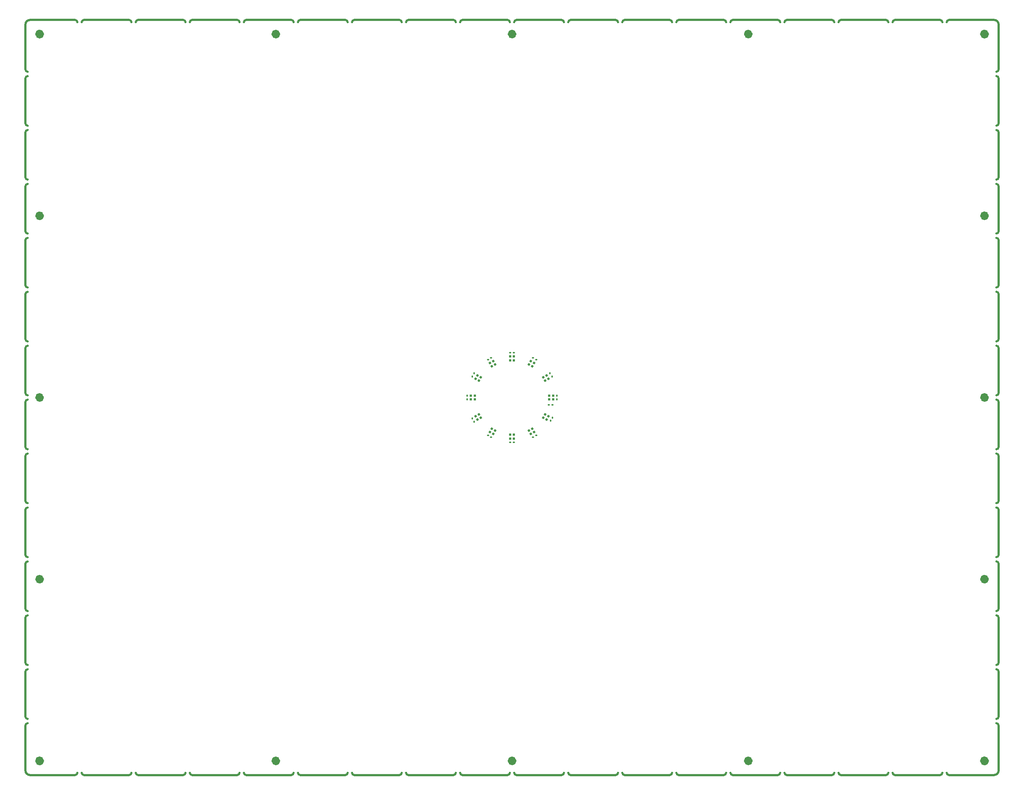
<source format=gtp>
G04 #@! TF.GenerationSoftware,KiCad,Pcbnew,7.0.5.1-1-g8f565ef7f0-dirty-deb11*
G04 #@! TF.CreationDate,2023-06-03T20:06:58+00:00*
G04 #@! TF.ProjectId,stencil,7374656e-6369-46c2-9e6b-696361645f70,1.0.0*
G04 #@! TF.SameCoordinates,Original*
G04 #@! TF.FileFunction,Paste,Top*
G04 #@! TF.FilePolarity,Positive*
%FSLAX46Y46*%
G04 Gerber Fmt 4.6, Leading zero omitted, Abs format (unit mm)*
G04 Created by KiCad (PCBNEW 7.0.5.1-1-g8f565ef7f0-dirty-deb11) date 2023-06-03 20:06:58*
%MOMM*%
%LPD*%
G01*
G04 APERTURE LIST*
G04 Aperture macros list*
%AMRoundRect*
0 Rectangle with rounded corners*
0 $1 Rounding radius*
0 $2 $3 $4 $5 $6 $7 $8 $9 X,Y pos of 4 corners*
0 Add a 4 corners polygon primitive as box body*
4,1,4,$2,$3,$4,$5,$6,$7,$8,$9,$2,$3,0*
0 Add four circle primitives for the rounded corners*
1,1,$1+$1,$2,$3*
1,1,$1+$1,$4,$5*
1,1,$1+$1,$6,$7*
1,1,$1+$1,$8,$9*
0 Add four rect primitives between the rounded corners*
20,1,$1+$1,$2,$3,$4,$5,0*
20,1,$1+$1,$4,$5,$6,$7,0*
20,1,$1+$1,$6,$7,$8,$9,0*
20,1,$1+$1,$8,$9,$2,$3,0*%
%AMRotRect*
0 Rectangle, with rotation*
0 The origin of the aperture is its center*
0 $1 length*
0 $2 width*
0 $3 Rotation angle, in degrees counterclockwise*
0 Add horizontal line*
21,1,$1,$2,0,0,$3*%
G04 Aperture macros list end*
%ADD10C,0.500000*%
%ADD11C,1.000000*%
%ADD12C,1.050000*%
%ADD13RoundRect,0.090000X0.147442X-0.075378X0.008442X0.165378X-0.147442X0.075378X-0.008442X-0.165378X0*%
%ADD14RotRect,0.500000X0.500000X300.000000*%
%ADD15R,0.500000X0.500000*%
%ADD16RotRect,0.500000X0.500000X330.000000*%
%ADD17RotRect,0.500000X0.500000X210.000000*%
%ADD18RoundRect,0.090000X0.075378X0.147442X-0.165378X0.008442X-0.075378X-0.147442X0.165378X-0.008442X0*%
%ADD19RotRect,0.500000X0.500000X150.000000*%
%ADD20RoundRect,0.090000X0.008442X-0.165378X0.147442X0.075378X-0.008442X0.165378X-0.147442X-0.075378X0*%
%ADD21RoundRect,0.090000X0.165378X0.008442X-0.075378X0.147442X-0.165378X-0.008442X0.075378X-0.147442X0*%
%ADD22RoundRect,0.090000X0.090000X-0.139000X0.090000X0.139000X-0.090000X0.139000X-0.090000X-0.139000X0*%
%ADD23RoundRect,0.090000X0.139000X0.090000X-0.139000X0.090000X-0.139000X-0.090000X0.139000X-0.090000X0*%
%ADD24RoundRect,0.090000X-0.165378X-0.008442X0.075378X-0.147442X0.165378X0.008442X-0.075378X0.147442X0*%
%ADD25RoundRect,0.090000X-0.147442X0.075378X-0.008442X-0.165378X0.147442X-0.075378X0.008442X0.165378X0*%
%ADD26RoundRect,0.090000X-0.075378X-0.147442X0.165378X-0.008442X0.075378X0.147442X-0.165378X0.008442X0*%
%ADD27RotRect,0.500000X0.500000X30.000000*%
%ADD28RoundRect,0.090000X-0.090000X0.139000X-0.090000X-0.139000X0.090000X-0.139000X0.090000X0.139000X0*%
%ADD29RotRect,0.500000X0.500000X120.000000*%
%ADD30RotRect,0.500000X0.500000X240.000000*%
%ADD31RotRect,0.500000X0.500000X60.000000*%
%ADD32RoundRect,0.090000X-0.139000X-0.090000X0.139000X-0.090000X0.139000X0.090000X-0.139000X0.090000X0*%
G04 APERTURE END LIST*
D10*
X111500000Y75071400D02*
G75*
G03*
X112000000Y75571429I0J500000D01*
G01*
X-98555556Y87000000D02*
X-88111112Y87000000D01*
X50777772Y-87000000D02*
X61222216Y-87000000D01*
X48777772Y-86999972D02*
G75*
G03*
X49277772Y-86500000I28J499972D01*
G01*
X11444440Y-87000040D02*
G75*
G03*
X11944440Y-86500000I-40J500040D01*
G01*
X62722200Y-86500000D02*
G75*
G03*
X63222216Y-87000000I500000J0D01*
G01*
X111999977Y-75571423D02*
G75*
G03*
X111500000Y-75071423I-499977J23D01*
G01*
X-111500000Y74071429D02*
G75*
G03*
X-112000000Y73571429I1J-500001D01*
G01*
X-99055556Y-86500000D02*
G75*
G03*
X-98555556Y-87000000I500001J1D01*
G01*
X-112000000Y-13428568D02*
X-112000000Y-23857139D01*
X112000000Y-25857139D02*
X112000000Y-36285710D01*
X500000Y-86500000D02*
G75*
G03*
X999996Y-87000000I500000J0D01*
G01*
X111500000Y500000D02*
G75*
G03*
X112000000Y1000003I0J500000D01*
G01*
X111500000Y37785700D02*
G75*
G03*
X112000000Y38285716I0J500000D01*
G01*
X111500000Y62642900D02*
G75*
G03*
X112000000Y63142858I0J500000D01*
G01*
X111999990Y-38285710D02*
G75*
G03*
X111500000Y-37785710I-499990J10D01*
G01*
X-49277800Y-86500000D02*
G75*
G03*
X-48777780Y-87000000I500000J0D01*
G01*
X-48777780Y86999980D02*
G75*
G03*
X-49277780Y86500000I-20J-499980D01*
G01*
X50277800Y-86500000D02*
G75*
G03*
X50777772Y-87000000I500000J0D01*
G01*
X88111104Y87000000D02*
X98555548Y87000000D01*
X112000000Y-999997D02*
X112000000Y-11428568D01*
X75166700Y-86500000D02*
G75*
G03*
X75666660Y-87000000I500000J0D01*
G01*
X-111500000Y-25357139D02*
G75*
G03*
X-112000000Y-25857139I1J-500001D01*
G01*
D11*
X-53875000Y83750000D02*
G75*
G03*
X-53875000Y83750000I-500000J0D01*
G01*
D10*
X-112000000Y-86000000D02*
G75*
G03*
X-111000000Y-87000000I999999J-1D01*
G01*
X-11444448Y-87000000D02*
X-1000004Y-87000000D01*
X112000000Y86000000D02*
G75*
G03*
X111000000Y87000000I-1000000J0D01*
G01*
X-61222224Y87000024D02*
G75*
G03*
X-61722224Y86500000I24J-500024D01*
G01*
X25388900Y-86500000D02*
G75*
G03*
X25888884Y-87000000I500000J0D01*
G01*
X-112000000Y13428574D02*
G75*
G03*
X-111500000Y12928574I500001J1D01*
G01*
X-112000000Y73571429D02*
X-112000000Y63142858D01*
X-111000000Y-87000000D02*
X-100555556Y-87000000D01*
X-86111112Y87000000D02*
G75*
G03*
X-86611112Y86500000I1J-500001D01*
G01*
X112000000Y-38285710D02*
X112000000Y-48714281D01*
X37833300Y-86500000D02*
G75*
G03*
X38333328Y-87000000I500000J0D01*
G01*
X112000003Y-999997D02*
G75*
G03*
X111500000Y-499997I-500003J-3D01*
G01*
D11*
X500000Y-83750000D02*
G75*
G03*
X500000Y-83750000I-500000J0D01*
G01*
D10*
X-48777780Y87000000D02*
X-38333336Y87000000D01*
X-112000000Y61142858D02*
X-112000000Y50714287D01*
D11*
X500000Y83750000D02*
G75*
G03*
X500000Y83750000I-500000J0D01*
G01*
D10*
X86111104Y-87000004D02*
G75*
G03*
X86611104Y-86500000I-4J500004D01*
G01*
X-11444448Y87000048D02*
G75*
G03*
X-11944448Y86500000I48J-500048D01*
G01*
X-73666668Y-87000000D02*
X-63222224Y-87000000D01*
X-36333336Y-87000000D02*
X-25888892Y-87000000D01*
D12*
X109275000Y-83750000D02*
G75*
G03*
X109275000Y-83750000I-525000J0D01*
G01*
D10*
X-112000000Y38285716D02*
G75*
G03*
X-111500000Y37785716I500001J1D01*
G01*
D11*
X109250000Y0D02*
G75*
G03*
X109250000Y0I-500000J0D01*
G01*
D10*
X112000000Y-50714281D02*
X112000000Y-61142852D01*
X-61222224Y-87000000D02*
X-50777780Y-87000000D01*
X-112000000Y1000003D02*
G75*
G03*
X-111500000Y500003I500001J1D01*
G01*
X-25888892Y-87000008D02*
G75*
G03*
X-25388892Y-86500000I-8J500008D01*
G01*
X-50777780Y-87000020D02*
G75*
G03*
X-50277780Y-86500000I-20J500020D01*
G01*
D11*
X54875000Y-83750000D02*
G75*
G03*
X54875000Y-83750000I-500000J0D01*
G01*
D10*
X-36333336Y87000036D02*
G75*
G03*
X-36833336Y86500000I36J-500036D01*
G01*
X75666660Y-87000000D02*
X86111104Y-87000000D01*
X111500000Y-36785700D02*
G75*
G03*
X112000000Y-36285710I0J500000D01*
G01*
X-100555556Y-87000000D02*
G75*
G03*
X-100055556Y-86500000I-1J500001D01*
G01*
X111500000Y-49214300D02*
G75*
G03*
X112000000Y-48714281I0J500000D01*
G01*
X111999987Y48714287D02*
G75*
G03*
X111500000Y49214287I-499987J13D01*
G01*
X61222216Y-87000016D02*
G75*
G03*
X61722216Y-86500000I-16J500016D01*
G01*
X100555548Y86999952D02*
G75*
G03*
X100055548Y86500000I-48J-499952D01*
G01*
X111500000Y12928600D02*
G75*
G03*
X112000000Y13428574I0J500000D01*
G01*
X-61222224Y87000000D02*
X-50777780Y87000000D01*
X-112000000Y11428574D02*
X-112000000Y1000003D01*
X38333328Y86999972D02*
G75*
G03*
X37833328Y86500000I-28J-499972D01*
G01*
X-75666668Y-87000002D02*
G75*
G03*
X-75166668Y-86500000I-2J500002D01*
G01*
X13444440Y-87000000D02*
X23888884Y-87000000D01*
X-86111112Y87000000D02*
X-75666668Y87000000D01*
X111500000Y-11928600D02*
G75*
G03*
X112000000Y-11428568I0J500000D01*
G01*
X61722200Y86500000D02*
G75*
G03*
X61222216Y87000000I-500000J0D01*
G01*
X25888884Y87000016D02*
G75*
G03*
X25388884Y86500000I16J-500016D01*
G01*
X-11444448Y87000000D02*
X-1000004Y87000000D01*
X112000016Y36285716D02*
G75*
G03*
X111500000Y36785716I-500016J-16D01*
G01*
X-87611112Y86500000D02*
G75*
G03*
X-88111112Y87000000I-500001J-1D01*
G01*
X-111500000Y-37785710D02*
G75*
G03*
X-112000000Y-38285710I1J-500001D01*
G01*
X-111500000Y49214287D02*
G75*
G03*
X-112000000Y48714287I1J-500001D01*
G01*
X-36333336Y87000000D02*
X-25888892Y87000000D01*
X111999974Y11428574D02*
G75*
G03*
X111500000Y11928574I-499974J26D01*
G01*
X-37833300Y86500000D02*
G75*
G03*
X-38333336Y87000000I-500000J0D01*
G01*
X24388900Y86500000D02*
G75*
G03*
X23888884Y87000000I-500000J0D01*
G01*
X23888884Y-86999984D02*
G75*
G03*
X24388884Y-86500000I16J499984D01*
G01*
D11*
X109250000Y41875000D02*
G75*
G03*
X109250000Y41875000I-500000J0D01*
G01*
D10*
X111999958Y61142858D02*
G75*
G03*
X111500000Y61642858I-499958J42D01*
G01*
X111500000Y-24357100D02*
G75*
G03*
X112000000Y-23857139I0J500000D01*
G01*
D11*
X-108250000Y-41875000D02*
G75*
G03*
X-108250000Y-41875000I-500000J0D01*
G01*
D10*
X75666660Y87000000D02*
X86111104Y87000000D01*
X-23888892Y87000000D02*
X-13444448Y87000000D01*
X63222216Y-87000000D02*
X73666660Y-87000000D01*
X74166700Y86500000D02*
G75*
G03*
X73666660Y87000000I-500000J0D01*
G01*
X-111500000Y61642858D02*
G75*
G03*
X-112000000Y61142858I1J-500001D01*
G01*
X-61722200Y-86500000D02*
G75*
G03*
X-61222224Y-87000000I500000J0D01*
G01*
X111500000Y50214300D02*
G75*
G03*
X112000000Y50714287I0J500000D01*
G01*
X12944400Y-86500000D02*
G75*
G03*
X13444440Y-87000000I500000J0D01*
G01*
X112000032Y-13428568D02*
G75*
G03*
X111500000Y-12928568I-500032J-32D01*
G01*
X-112000000Y-61142852D02*
G75*
G03*
X-111500000Y-61642852I500001J1D01*
G01*
X100055500Y-86500000D02*
G75*
G03*
X100555548Y-87000000I500000J0D01*
G01*
X112000019Y-50714281D02*
G75*
G03*
X111500000Y-50214281I-500019J-19D01*
G01*
X-75166670Y86500000D02*
G75*
G03*
X-75666668Y87000000I-500000J0D01*
G01*
X-112000000Y-73571423D02*
G75*
G03*
X-111500000Y-74071423I500001J1D01*
G01*
X112000000Y48714287D02*
X112000000Y38285716D01*
X-112000000Y-75571423D02*
X-112000000Y-85999994D01*
X100555548Y-87000000D02*
X110999992Y-87000000D01*
X999996Y87000000D02*
X11444440Y87000000D01*
X-1000004Y-86999996D02*
G75*
G03*
X-500004Y-86500000I4J499996D01*
G01*
X87611100Y-86500000D02*
G75*
G03*
X88111104Y-87000000I500000J0D01*
G01*
X-12944400Y86500000D02*
G75*
G03*
X-13444448Y87000000I-500000J0D01*
G01*
X-112000000Y63142858D02*
G75*
G03*
X-111500000Y62642858I500001J1D01*
G01*
X-112000000Y-999997D02*
X-112000000Y-11428568D01*
X25888884Y-87000000D02*
X36333328Y-87000000D01*
X13444440Y86999960D02*
G75*
G03*
X12944440Y86500000I-40J-499960D01*
G01*
X-112000000Y-23857139D02*
G75*
G03*
X-111500000Y-24357139I500001J1D01*
G01*
X50777772Y87000000D02*
X61222216Y87000000D01*
X38333328Y87000000D02*
X48777772Y87000000D01*
X112000000Y36285716D02*
X112000000Y25857145D01*
D12*
X-108225000Y-83750000D02*
G75*
G03*
X-108225000Y-83750000I-525000J0D01*
G01*
D10*
X-36833300Y-86500000D02*
G75*
G03*
X-36333336Y-87000000I500000J0D01*
G01*
X75666660Y87000040D02*
G75*
G03*
X75166660Y86500000I40J-500040D01*
G01*
X111500000Y-61642900D02*
G75*
G03*
X112000000Y-61142852I0J500000D01*
G01*
X-98555556Y87000000D02*
G75*
G03*
X-99055556Y86500000I1J-500001D01*
G01*
X-63222224Y-86999976D02*
G75*
G03*
X-62722224Y-86500000I24J499976D01*
G01*
X-112000000Y50714287D02*
G75*
G03*
X-111500000Y50214287I500001J1D01*
G01*
X25888884Y87000000D02*
X36333328Y87000000D01*
X-88111112Y-87000000D02*
G75*
G03*
X-87611112Y-86500000I-1J500001D01*
G01*
X-24388900Y-86500000D02*
G75*
G03*
X-23888892Y-87000000I500000J0D01*
G01*
X112000029Y73571429D02*
G75*
G03*
X111500000Y74071429I-500029J-29D01*
G01*
X-112000000Y23857145D02*
X-112000000Y13428574D01*
X-112000000Y-11428568D02*
G75*
G03*
X-111500000Y-11928568I500001J1D01*
G01*
X-86611112Y-86500000D02*
G75*
G03*
X-86111112Y-87000000I500001J1D01*
G01*
X86611100Y86500000D02*
G75*
G03*
X86111104Y87000000I-500000J0D01*
G01*
X-98555556Y-87000000D02*
X-88111112Y-87000000D01*
X-112000000Y-63142852D02*
X-112000000Y-73571423D01*
X-23888892Y86999992D02*
G75*
G03*
X-24388892Y86500000I-8J-499992D01*
G01*
X999996Y-87000000D02*
X11444440Y-87000000D01*
X-112000000Y-38285710D02*
X-112000000Y-48714281D01*
X50777772Y87000028D02*
G75*
G03*
X50277772Y86500000I28J-500028D01*
G01*
X49277800Y86500000D02*
G75*
G03*
X48777772Y87000000I-500000J0D01*
G01*
X98555548Y-87000048D02*
G75*
G03*
X99055548Y-86500000I-48J500048D01*
G01*
X-111000000Y87000000D02*
X-100555556Y87000000D01*
X111500000Y-74071400D02*
G75*
G03*
X112000000Y-73571423I0J500000D01*
G01*
X-112000000Y-25857139D02*
X-112000000Y-36285710D01*
X63222216Y86999984D02*
G75*
G03*
X62722216Y86500000I-16J-499984D01*
G01*
X36333328Y-87000028D02*
G75*
G03*
X36833328Y-86500000I-28J500028D01*
G01*
X100555548Y87000000D02*
X110999992Y87000000D01*
X-500000Y86500000D02*
G75*
G03*
X-1000004Y87000000I-500000J0D01*
G01*
X112000000Y73571429D02*
X112000000Y63142858D01*
D12*
X-108225000Y83750000D02*
G75*
G03*
X-108225000Y83750000I-525000J0D01*
G01*
D10*
X-111500000Y11928574D02*
G75*
G03*
X-112000000Y11428574I1J-500001D01*
G01*
X-111000000Y87000000D02*
G75*
G03*
X-112000000Y86000000I-1J-999999D01*
G01*
X112000048Y-63142852D02*
G75*
G03*
X111500000Y-62642852I-500048J-48D01*
G01*
X88111104Y-87000000D02*
X98555548Y-87000000D01*
X-11944400Y-86500000D02*
G75*
G03*
X-11444448Y-87000000I500000J0D01*
G01*
X112000045Y23857145D02*
G75*
G03*
X111500000Y24357145I-500045J-45D01*
G01*
D11*
X54875000Y83750000D02*
G75*
G03*
X54875000Y83750000I-500000J0D01*
G01*
D10*
X-112000000Y25857145D02*
G75*
G03*
X-111500000Y25357145I500001J1D01*
G01*
X88111104Y86999996D02*
G75*
G03*
X87611104Y86500000I-4J-499996D01*
G01*
X112000000Y-63142852D02*
X112000000Y-73571423D01*
X-112000000Y-48714281D02*
G75*
G03*
X-111500000Y-49214281I500001J1D01*
G01*
X112000000Y86000000D02*
X112000000Y75571429D01*
D11*
X-108250000Y0D02*
G75*
G03*
X-108250000Y0I-500000J0D01*
G01*
D10*
X-112000000Y-50714281D02*
X-112000000Y-61142852D01*
X-73666668Y87000000D02*
X-63222224Y87000000D01*
X112000000Y11428574D02*
X112000000Y1000003D01*
X11944400Y86500000D02*
G75*
G03*
X11444440Y87000000I-500000J0D01*
G01*
X-112000000Y36285716D02*
X-112000000Y25857145D01*
X63222216Y87000000D02*
X73666660Y87000000D01*
X111999961Y-25857139D02*
G75*
G03*
X111500000Y-25357139I-499961J39D01*
G01*
X-74166700Y-86500000D02*
G75*
G03*
X-73666668Y-87000000I500000J0D01*
G01*
X-13444448Y-86999952D02*
G75*
G03*
X-12944448Y-86500000I48J499952D01*
G01*
X-23888892Y-87000000D02*
X-13444448Y-87000000D01*
D11*
X109250000Y-41875000D02*
G75*
G03*
X109250000Y-41875000I-500000J0D01*
G01*
D10*
X-48777780Y-87000000D02*
X-38333336Y-87000000D01*
D12*
X109275000Y83750000D02*
G75*
G03*
X109275000Y83750000I-525000J0D01*
G01*
D11*
X-108250000Y41875000D02*
G75*
G03*
X-108250000Y41875000I-500000J0D01*
G01*
D10*
X-111500000Y-62642852D02*
G75*
G03*
X-112000000Y-63142852I1J-500001D01*
G01*
X112000000Y-13428568D02*
X112000000Y-23857139D01*
X99055500Y86500000D02*
G75*
G03*
X98555548Y87000000I-500000J0D01*
G01*
X36833300Y86500000D02*
G75*
G03*
X36333328Y87000000I-500000J0D01*
G01*
X-50277800Y86500000D02*
G75*
G03*
X-50777780Y87000000I-500000J0D01*
G01*
X73666660Y-86999960D02*
G75*
G03*
X74166660Y-86500000I40J499960D01*
G01*
X111000000Y-87000000D02*
G75*
G03*
X112000000Y-86000000I0J1000000D01*
G01*
X38333328Y-87000000D02*
X48777772Y-87000000D01*
X-62722200Y86500000D02*
G75*
G03*
X-63222224Y87000000I-500000J0D01*
G01*
X-112000000Y86000000D02*
X-112000000Y75571429D01*
X-100055556Y86500000D02*
G75*
G03*
X-100555556Y87000000I-500001J-1D01*
G01*
X-112000000Y75571429D02*
G75*
G03*
X-111500000Y75071429I500001J1D01*
G01*
X-111500000Y24357145D02*
G75*
G03*
X-112000000Y23857145I1J-500001D01*
G01*
X112000000Y-75571423D02*
X112000000Y-85999994D01*
X13444440Y87000000D02*
X23888884Y87000000D01*
X-111500000Y-75071423D02*
G75*
G03*
X-112000000Y-75571423I1J-500001D01*
G01*
D11*
X-53875000Y-83750000D02*
G75*
G03*
X-53875000Y-83750000I-500000J0D01*
G01*
D10*
X111500000Y25357100D02*
G75*
G03*
X112000000Y25857145I0J500000D01*
G01*
X999996Y87000004D02*
G75*
G03*
X499996Y86500000I4J-500004D01*
G01*
X-73666668Y86999968D02*
G75*
G03*
X-74166668Y86500000I-32J-499968D01*
G01*
X-112000000Y48714287D02*
X-112000000Y38285716D01*
X-25388900Y86500000D02*
G75*
G03*
X-25888892Y87000000I-500000J0D01*
G01*
X-112000000Y-36285710D02*
G75*
G03*
X-111500000Y-36785710I500001J1D01*
G01*
X-38333336Y-86999964D02*
G75*
G03*
X-37833336Y-86500000I36J499964D01*
G01*
X-111500000Y-50214281D02*
G75*
G03*
X-112000000Y-50714281I1J-500001D01*
G01*
X-86111112Y-87000000D02*
X-75666668Y-87000000D01*
X112000000Y23857145D02*
X112000000Y13428574D01*
X-111500000Y36785716D02*
G75*
G03*
X-112000000Y36285716I1J-500001D01*
G01*
X112000000Y61142858D02*
X112000000Y50714287D01*
X-111500000Y-12928568D02*
G75*
G03*
X-112000000Y-13428568I1J-500001D01*
G01*
X-111500000Y-499997D02*
G75*
G03*
X-112000000Y-999997I1J-500001D01*
G01*
D13*
G04 #@! TO.C,C8*
X-8747113Y-5549556D03*
X-9179613Y-4800444D03*
G04 #@! TD*
D14*
G04 #@! TO.C,D11*
X4664711Y-7179518D03*
X3885289Y-7629518D03*
X4335289Y-8408940D03*
X5114711Y-7958940D03*
G04 #@! TD*
D15*
G04 #@! TO.C,D1*
X8550000Y450000D03*
X8550000Y-450000D03*
X9450000Y-450000D03*
X9450000Y450000D03*
G04 #@! TD*
G04 #@! TO.C,D4*
X-450000Y8550000D03*
X450000Y8550000D03*
X450000Y9450000D03*
X-450000Y9450000D03*
G04 #@! TD*
D16*
G04 #@! TO.C,D12*
X7629518Y-3885289D03*
X7179518Y-4664711D03*
X7958940Y-5114711D03*
X8408940Y-4335289D03*
G04 #@! TD*
D17*
G04 #@! TO.C,D8*
X-7179518Y-4664711D03*
X-7629518Y-3885289D03*
X-8408940Y-4335289D03*
X-7958940Y-5114711D03*
G04 #@! TD*
D15*
G04 #@! TO.C,D10*
X450000Y-8550000D03*
X-450000Y-8550000D03*
X-450000Y-9450000D03*
X450000Y-9450000D03*
G04 #@! TD*
D18*
G04 #@! TO.C,C11*
X5549556Y-8747113D03*
X4800444Y-9179613D03*
G04 #@! TD*
D15*
G04 #@! TO.C,D7*
X-8550000Y-450000D03*
X-8550000Y450000D03*
X-9450000Y450000D03*
X-9450000Y-450000D03*
G04 #@! TD*
D19*
G04 #@! TO.C,D6*
X-7629518Y3885289D03*
X-7179518Y4664711D03*
X-7958940Y5114711D03*
X-8408940Y4335289D03*
G04 #@! TD*
D20*
G04 #@! TO.C,C12*
X8853750Y-5374556D03*
X9286250Y-4625444D03*
G04 #@! TD*
G04 #@! TO.C,C6*
X-9179613Y4800444D03*
X-8747113Y5549556D03*
G04 #@! TD*
D21*
G04 #@! TO.C,C9*
X-4800444Y-9179613D03*
X-5549556Y-8747113D03*
G04 #@! TD*
D22*
G04 #@! TO.C,C7*
X-10350000Y-432500D03*
X-10350000Y432500D03*
G04 #@! TD*
D23*
G04 #@! TO.C,C10*
X432500Y-10350000D03*
X-432500Y-10350000D03*
G04 #@! TD*
D24*
G04 #@! TO.C,C3*
X4800444Y9179613D03*
X5549556Y8747113D03*
G04 #@! TD*
D25*
G04 #@! TO.C,C2*
X8747113Y5549556D03*
X9179613Y4800444D03*
G04 #@! TD*
D26*
G04 #@! TO.C,C5*
X-5549556Y8747113D03*
X-4800444Y9179613D03*
G04 #@! TD*
D27*
G04 #@! TO.C,D2*
X7179518Y4664711D03*
X7629518Y3885289D03*
X8408940Y4335289D03*
X7958940Y5114711D03*
G04 #@! TD*
D28*
G04 #@! TO.C,C1*
X10350000Y432500D03*
X10350000Y-432500D03*
G04 #@! TD*
D29*
G04 #@! TO.C,D5*
X-4664711Y7179518D03*
X-3885289Y7629518D03*
X-4335289Y8408940D03*
X-5114711Y7958940D03*
G04 #@! TD*
D30*
G04 #@! TO.C,D9*
X-3885289Y-7629518D03*
X-4664711Y-7179518D03*
X-5114711Y-7958940D03*
X-4335289Y-8408940D03*
G04 #@! TD*
D31*
G04 #@! TO.C,D3*
X3885289Y7629518D03*
X4664711Y7179518D03*
X5114711Y7958940D03*
X4335289Y8408940D03*
G04 #@! TD*
D23*
G04 #@! TO.C,R1*
X9342500Y-1680000D03*
X8477500Y-1680000D03*
G04 #@! TD*
D32*
G04 #@! TO.C,C4*
X-432500Y10350000D03*
X432500Y10350000D03*
G04 #@! TD*
M02*

</source>
